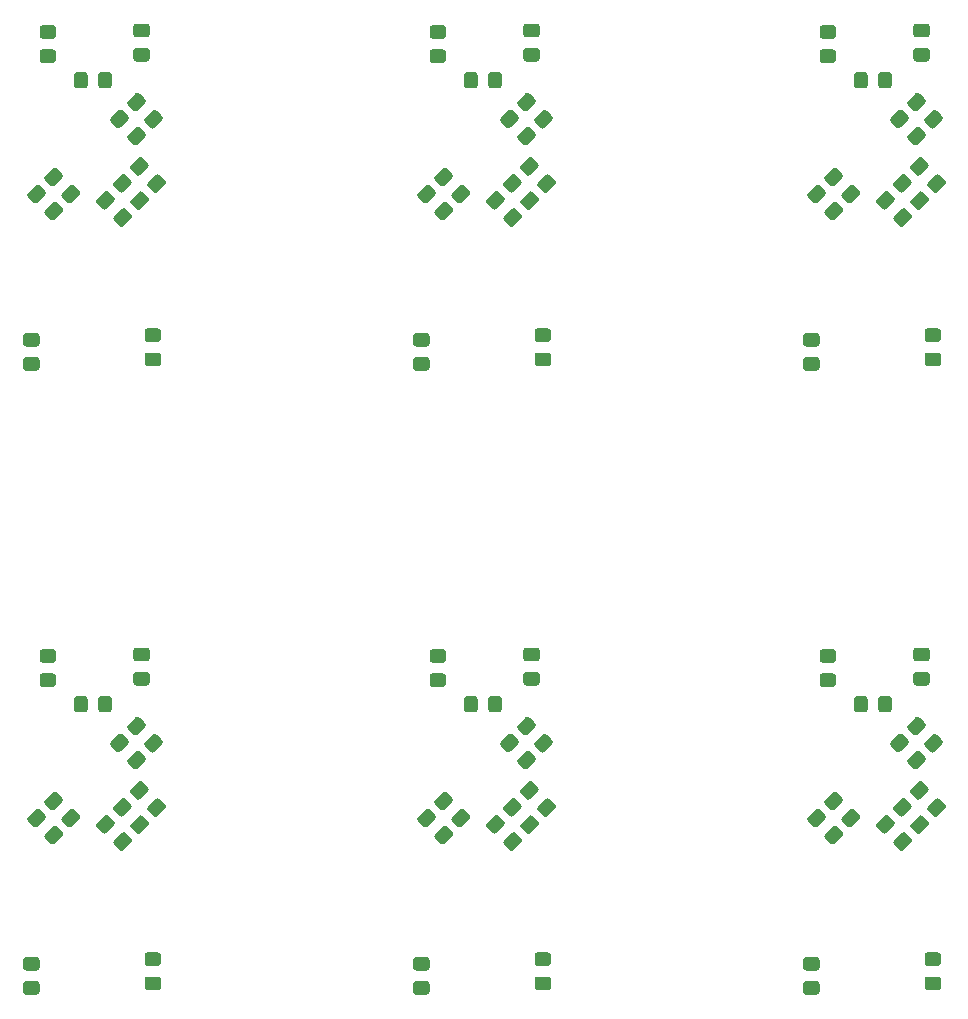
<source format=gbr>
G04 #@! TF.GenerationSoftware,KiCad,Pcbnew,(5.1.6)-1*
G04 #@! TF.CreationDate,2020-10-29T18:05:45+08:00*
G04 #@! TF.ProjectId,panelized,70616e65-6c69-47a6-9564-2e6b69636164,rev?*
G04 #@! TF.SameCoordinates,Original*
G04 #@! TF.FileFunction,Paste,Bot*
G04 #@! TF.FilePolarity,Positive*
%FSLAX46Y46*%
G04 Gerber Fmt 4.6, Leading zero omitted, Abs format (unit mm)*
G04 Created by KiCad (PCBNEW (5.1.6)-1) date 2020-10-29 18:05:45*
%MOMM*%
%LPD*%
G01*
G04 APERTURE LIST*
G04 APERTURE END LIST*
G36*
G01*
X156660001Y-126432000D02*
X155759999Y-126432000D01*
G75*
G02*
X155510000Y-126182001I0J249999D01*
G01*
X155510000Y-125531999D01*
G75*
G02*
X155759999Y-125282000I249999J0D01*
G01*
X156660001Y-125282000D01*
G75*
G02*
X156910000Y-125531999I0J-249999D01*
G01*
X156910000Y-126182001D01*
G75*
G02*
X156660001Y-126432000I-249999J0D01*
G01*
G37*
G36*
G01*
X156660001Y-124382000D02*
X155759999Y-124382000D01*
G75*
G02*
X155510000Y-124132001I0J249999D01*
G01*
X155510000Y-123481999D01*
G75*
G02*
X155759999Y-123232000I249999J0D01*
G01*
X156660001Y-123232000D01*
G75*
G02*
X156910000Y-123481999I0J-249999D01*
G01*
X156910000Y-124132001D01*
G75*
G02*
X156660001Y-124382000I-249999J0D01*
G01*
G37*
G36*
G01*
X123640001Y-126432000D02*
X122739999Y-126432000D01*
G75*
G02*
X122490000Y-126182001I0J249999D01*
G01*
X122490000Y-125531999D01*
G75*
G02*
X122739999Y-125282000I249999J0D01*
G01*
X123640001Y-125282000D01*
G75*
G02*
X123890000Y-125531999I0J-249999D01*
G01*
X123890000Y-126182001D01*
G75*
G02*
X123640001Y-126432000I-249999J0D01*
G01*
G37*
G36*
G01*
X123640001Y-124382000D02*
X122739999Y-124382000D01*
G75*
G02*
X122490000Y-124132001I0J249999D01*
G01*
X122490000Y-123481999D01*
G75*
G02*
X122739999Y-123232000I249999J0D01*
G01*
X123640001Y-123232000D01*
G75*
G02*
X123890000Y-123481999I0J-249999D01*
G01*
X123890000Y-124132001D01*
G75*
G02*
X123640001Y-124382000I-249999J0D01*
G01*
G37*
G36*
G01*
X90620001Y-126432000D02*
X89719999Y-126432000D01*
G75*
G02*
X89470000Y-126182001I0J249999D01*
G01*
X89470000Y-125531999D01*
G75*
G02*
X89719999Y-125282000I249999J0D01*
G01*
X90620001Y-125282000D01*
G75*
G02*
X90870000Y-125531999I0J-249999D01*
G01*
X90870000Y-126182001D01*
G75*
G02*
X90620001Y-126432000I-249999J0D01*
G01*
G37*
G36*
G01*
X90620001Y-124382000D02*
X89719999Y-124382000D01*
G75*
G02*
X89470000Y-124132001I0J249999D01*
G01*
X89470000Y-123481999D01*
G75*
G02*
X89719999Y-123232000I249999J0D01*
G01*
X90620001Y-123232000D01*
G75*
G02*
X90870000Y-123481999I0J-249999D01*
G01*
X90870000Y-124132001D01*
G75*
G02*
X90620001Y-124382000I-249999J0D01*
G01*
G37*
G36*
G01*
X156660001Y-73600000D02*
X155759999Y-73600000D01*
G75*
G02*
X155510000Y-73350001I0J249999D01*
G01*
X155510000Y-72699999D01*
G75*
G02*
X155759999Y-72450000I249999J0D01*
G01*
X156660001Y-72450000D01*
G75*
G02*
X156910000Y-72699999I0J-249999D01*
G01*
X156910000Y-73350001D01*
G75*
G02*
X156660001Y-73600000I-249999J0D01*
G01*
G37*
G36*
G01*
X156660001Y-71550000D02*
X155759999Y-71550000D01*
G75*
G02*
X155510000Y-71300001I0J249999D01*
G01*
X155510000Y-70649999D01*
G75*
G02*
X155759999Y-70400000I249999J0D01*
G01*
X156660001Y-70400000D01*
G75*
G02*
X156910000Y-70649999I0J-249999D01*
G01*
X156910000Y-71300001D01*
G75*
G02*
X156660001Y-71550000I-249999J0D01*
G01*
G37*
G36*
G01*
X123640001Y-73600000D02*
X122739999Y-73600000D01*
G75*
G02*
X122490000Y-73350001I0J249999D01*
G01*
X122490000Y-72699999D01*
G75*
G02*
X122739999Y-72450000I249999J0D01*
G01*
X123640001Y-72450000D01*
G75*
G02*
X123890000Y-72699999I0J-249999D01*
G01*
X123890000Y-73350001D01*
G75*
G02*
X123640001Y-73600000I-249999J0D01*
G01*
G37*
G36*
G01*
X123640001Y-71550000D02*
X122739999Y-71550000D01*
G75*
G02*
X122490000Y-71300001I0J249999D01*
G01*
X122490000Y-70649999D01*
G75*
G02*
X122739999Y-70400000I249999J0D01*
G01*
X123640001Y-70400000D01*
G75*
G02*
X123890000Y-70649999I0J-249999D01*
G01*
X123890000Y-71300001D01*
G75*
G02*
X123640001Y-71550000I-249999J0D01*
G01*
G37*
G36*
G01*
X155976486Y-135996398D02*
X156612883Y-135360001D01*
G75*
G02*
X156966435Y-135360001I176776J-176776D01*
G01*
X157426056Y-135819622D01*
G75*
G02*
X157426056Y-136173174I-176776J-176776D01*
G01*
X156789659Y-136809571D01*
G75*
G02*
X156436107Y-136809571I-176776J176776D01*
G01*
X155976486Y-136349950D01*
G75*
G02*
X155976486Y-135996398I176776J176776D01*
G01*
G37*
G36*
G01*
X157426054Y-137445966D02*
X158062451Y-136809569D01*
G75*
G02*
X158416003Y-136809569I176776J-176776D01*
G01*
X158875624Y-137269190D01*
G75*
G02*
X158875624Y-137622742I-176776J-176776D01*
G01*
X158239227Y-138259139D01*
G75*
G02*
X157885675Y-138259139I-176776J176776D01*
G01*
X157426054Y-137799518D01*
G75*
G02*
X157426054Y-137445966I176776J176776D01*
G01*
G37*
G36*
G01*
X122956486Y-135996398D02*
X123592883Y-135360001D01*
G75*
G02*
X123946435Y-135360001I176776J-176776D01*
G01*
X124406056Y-135819622D01*
G75*
G02*
X124406056Y-136173174I-176776J-176776D01*
G01*
X123769659Y-136809571D01*
G75*
G02*
X123416107Y-136809571I-176776J176776D01*
G01*
X122956486Y-136349950D01*
G75*
G02*
X122956486Y-135996398I176776J176776D01*
G01*
G37*
G36*
G01*
X124406054Y-137445966D02*
X125042451Y-136809569D01*
G75*
G02*
X125396003Y-136809569I176776J-176776D01*
G01*
X125855624Y-137269190D01*
G75*
G02*
X125855624Y-137622742I-176776J-176776D01*
G01*
X125219227Y-138259139D01*
G75*
G02*
X124865675Y-138259139I-176776J176776D01*
G01*
X124406054Y-137799518D01*
G75*
G02*
X124406054Y-137445966I176776J176776D01*
G01*
G37*
G36*
G01*
X89936486Y-135996398D02*
X90572883Y-135360001D01*
G75*
G02*
X90926435Y-135360001I176776J-176776D01*
G01*
X91386056Y-135819622D01*
G75*
G02*
X91386056Y-136173174I-176776J-176776D01*
G01*
X90749659Y-136809571D01*
G75*
G02*
X90396107Y-136809571I-176776J176776D01*
G01*
X89936486Y-136349950D01*
G75*
G02*
X89936486Y-135996398I176776J176776D01*
G01*
G37*
G36*
G01*
X91386054Y-137445966D02*
X92022451Y-136809569D01*
G75*
G02*
X92376003Y-136809569I176776J-176776D01*
G01*
X92835624Y-137269190D01*
G75*
G02*
X92835624Y-137622742I-176776J-176776D01*
G01*
X92199227Y-138259139D01*
G75*
G02*
X91845675Y-138259139I-176776J176776D01*
G01*
X91386054Y-137799518D01*
G75*
G02*
X91386054Y-137445966I176776J176776D01*
G01*
G37*
G36*
G01*
X155976486Y-83164398D02*
X156612883Y-82528001D01*
G75*
G02*
X156966435Y-82528001I176776J-176776D01*
G01*
X157426056Y-82987622D01*
G75*
G02*
X157426056Y-83341174I-176776J-176776D01*
G01*
X156789659Y-83977571D01*
G75*
G02*
X156436107Y-83977571I-176776J176776D01*
G01*
X155976486Y-83517950D01*
G75*
G02*
X155976486Y-83164398I176776J176776D01*
G01*
G37*
G36*
G01*
X157426054Y-84613966D02*
X158062451Y-83977569D01*
G75*
G02*
X158416003Y-83977569I176776J-176776D01*
G01*
X158875624Y-84437190D01*
G75*
G02*
X158875624Y-84790742I-176776J-176776D01*
G01*
X158239227Y-85427139D01*
G75*
G02*
X157885675Y-85427139I-176776J176776D01*
G01*
X157426054Y-84967518D01*
G75*
G02*
X157426054Y-84613966I176776J176776D01*
G01*
G37*
G36*
G01*
X122956486Y-83164398D02*
X123592883Y-82528001D01*
G75*
G02*
X123946435Y-82528001I176776J-176776D01*
G01*
X124406056Y-82987622D01*
G75*
G02*
X124406056Y-83341174I-176776J-176776D01*
G01*
X123769659Y-83977571D01*
G75*
G02*
X123416107Y-83977571I-176776J176776D01*
G01*
X122956486Y-83517950D01*
G75*
G02*
X122956486Y-83164398I176776J176776D01*
G01*
G37*
G36*
G01*
X124406054Y-84613966D02*
X125042451Y-83977569D01*
G75*
G02*
X125396003Y-83977569I176776J-176776D01*
G01*
X125855624Y-84437190D01*
G75*
G02*
X125855624Y-84790742I-176776J-176776D01*
G01*
X125219227Y-85427139D01*
G75*
G02*
X124865675Y-85427139I-176776J176776D01*
G01*
X124406054Y-84967518D01*
G75*
G02*
X124406054Y-84613966I176776J176776D01*
G01*
G37*
G36*
G01*
X154362999Y-149285000D02*
X155263001Y-149285000D01*
G75*
G02*
X155513000Y-149534999I0J-249999D01*
G01*
X155513000Y-150185001D01*
G75*
G02*
X155263001Y-150435000I-249999J0D01*
G01*
X154362999Y-150435000D01*
G75*
G02*
X154113000Y-150185001I0J249999D01*
G01*
X154113000Y-149534999D01*
G75*
G02*
X154362999Y-149285000I249999J0D01*
G01*
G37*
G36*
G01*
X154362999Y-151335000D02*
X155263001Y-151335000D01*
G75*
G02*
X155513000Y-151584999I0J-249999D01*
G01*
X155513000Y-152235001D01*
G75*
G02*
X155263001Y-152485000I-249999J0D01*
G01*
X154362999Y-152485000D01*
G75*
G02*
X154113000Y-152235001I0J249999D01*
G01*
X154113000Y-151584999D01*
G75*
G02*
X154362999Y-151335000I249999J0D01*
G01*
G37*
G36*
G01*
X121342999Y-149285000D02*
X122243001Y-149285000D01*
G75*
G02*
X122493000Y-149534999I0J-249999D01*
G01*
X122493000Y-150185001D01*
G75*
G02*
X122243001Y-150435000I-249999J0D01*
G01*
X121342999Y-150435000D01*
G75*
G02*
X121093000Y-150185001I0J249999D01*
G01*
X121093000Y-149534999D01*
G75*
G02*
X121342999Y-149285000I249999J0D01*
G01*
G37*
G36*
G01*
X121342999Y-151335000D02*
X122243001Y-151335000D01*
G75*
G02*
X122493000Y-151584999I0J-249999D01*
G01*
X122493000Y-152235001D01*
G75*
G02*
X122243001Y-152485000I-249999J0D01*
G01*
X121342999Y-152485000D01*
G75*
G02*
X121093000Y-152235001I0J249999D01*
G01*
X121093000Y-151584999D01*
G75*
G02*
X121342999Y-151335000I249999J0D01*
G01*
G37*
G36*
G01*
X88322999Y-149285000D02*
X89223001Y-149285000D01*
G75*
G02*
X89473000Y-149534999I0J-249999D01*
G01*
X89473000Y-150185001D01*
G75*
G02*
X89223001Y-150435000I-249999J0D01*
G01*
X88322999Y-150435000D01*
G75*
G02*
X88073000Y-150185001I0J249999D01*
G01*
X88073000Y-149534999D01*
G75*
G02*
X88322999Y-149285000I249999J0D01*
G01*
G37*
G36*
G01*
X88322999Y-151335000D02*
X89223001Y-151335000D01*
G75*
G02*
X89473000Y-151584999I0J-249999D01*
G01*
X89473000Y-152235001D01*
G75*
G02*
X89223001Y-152485000I-249999J0D01*
G01*
X88322999Y-152485000D01*
G75*
G02*
X88073000Y-152235001I0J249999D01*
G01*
X88073000Y-151584999D01*
G75*
G02*
X88322999Y-151335000I249999J0D01*
G01*
G37*
G36*
G01*
X154362999Y-96453000D02*
X155263001Y-96453000D01*
G75*
G02*
X155513000Y-96702999I0J-249999D01*
G01*
X155513000Y-97353001D01*
G75*
G02*
X155263001Y-97603000I-249999J0D01*
G01*
X154362999Y-97603000D01*
G75*
G02*
X154113000Y-97353001I0J249999D01*
G01*
X154113000Y-96702999D01*
G75*
G02*
X154362999Y-96453000I249999J0D01*
G01*
G37*
G36*
G01*
X154362999Y-98503000D02*
X155263001Y-98503000D01*
G75*
G02*
X155513000Y-98752999I0J-249999D01*
G01*
X155513000Y-99403001D01*
G75*
G02*
X155263001Y-99653000I-249999J0D01*
G01*
X154362999Y-99653000D01*
G75*
G02*
X154113000Y-99403001I0J249999D01*
G01*
X154113000Y-98752999D01*
G75*
G02*
X154362999Y-98503000I249999J0D01*
G01*
G37*
G36*
G01*
X121342999Y-96453000D02*
X122243001Y-96453000D01*
G75*
G02*
X122493000Y-96702999I0J-249999D01*
G01*
X122493000Y-97353001D01*
G75*
G02*
X122243001Y-97603000I-249999J0D01*
G01*
X121342999Y-97603000D01*
G75*
G02*
X121093000Y-97353001I0J249999D01*
G01*
X121093000Y-96702999D01*
G75*
G02*
X121342999Y-96453000I249999J0D01*
G01*
G37*
G36*
G01*
X121342999Y-98503000D02*
X122243001Y-98503000D01*
G75*
G02*
X122493000Y-98752999I0J-249999D01*
G01*
X122493000Y-99403001D01*
G75*
G02*
X122243001Y-99653000I-249999J0D01*
G01*
X121342999Y-99653000D01*
G75*
G02*
X121093000Y-99403001I0J249999D01*
G01*
X121093000Y-98752999D01*
G75*
G02*
X121342999Y-98503000I249999J0D01*
G01*
G37*
G36*
G01*
X160364952Y-137976831D02*
X161001349Y-137340434D01*
G75*
G02*
X161354901Y-137340434I176776J-176776D01*
G01*
X161814522Y-137800055D01*
G75*
G02*
X161814522Y-138153607I-176776J-176776D01*
G01*
X161178125Y-138790004D01*
G75*
G02*
X160824573Y-138790004I-176776J176776D01*
G01*
X160364952Y-138330383D01*
G75*
G02*
X160364952Y-137976831I176776J176776D01*
G01*
G37*
G36*
G01*
X161814520Y-139426399D02*
X162450917Y-138790002D01*
G75*
G02*
X162804469Y-138790002I176776J-176776D01*
G01*
X163264090Y-139249623D01*
G75*
G02*
X163264090Y-139603175I-176776J-176776D01*
G01*
X162627693Y-140239572D01*
G75*
G02*
X162274141Y-140239572I-176776J176776D01*
G01*
X161814520Y-139779951D01*
G75*
G02*
X161814520Y-139426399I176776J176776D01*
G01*
G37*
G36*
G01*
X127344952Y-137976831D02*
X127981349Y-137340434D01*
G75*
G02*
X128334901Y-137340434I176776J-176776D01*
G01*
X128794522Y-137800055D01*
G75*
G02*
X128794522Y-138153607I-176776J-176776D01*
G01*
X128158125Y-138790004D01*
G75*
G02*
X127804573Y-138790004I-176776J176776D01*
G01*
X127344952Y-138330383D01*
G75*
G02*
X127344952Y-137976831I176776J176776D01*
G01*
G37*
G36*
G01*
X128794520Y-139426399D02*
X129430917Y-138790002D01*
G75*
G02*
X129784469Y-138790002I176776J-176776D01*
G01*
X130244090Y-139249623D01*
G75*
G02*
X130244090Y-139603175I-176776J-176776D01*
G01*
X129607693Y-140239572D01*
G75*
G02*
X129254141Y-140239572I-176776J176776D01*
G01*
X128794520Y-139779951D01*
G75*
G02*
X128794520Y-139426399I176776J176776D01*
G01*
G37*
G36*
G01*
X94324952Y-137976831D02*
X94961349Y-137340434D01*
G75*
G02*
X95314901Y-137340434I176776J-176776D01*
G01*
X95774522Y-137800055D01*
G75*
G02*
X95774522Y-138153607I-176776J-176776D01*
G01*
X95138125Y-138790004D01*
G75*
G02*
X94784573Y-138790004I-176776J176776D01*
G01*
X94324952Y-138330383D01*
G75*
G02*
X94324952Y-137976831I176776J176776D01*
G01*
G37*
G36*
G01*
X95774520Y-139426399D02*
X96410917Y-138790002D01*
G75*
G02*
X96764469Y-138790002I176776J-176776D01*
G01*
X97224090Y-139249623D01*
G75*
G02*
X97224090Y-139603175I-176776J-176776D01*
G01*
X96587693Y-140239572D01*
G75*
G02*
X96234141Y-140239572I-176776J176776D01*
G01*
X95774520Y-139779951D01*
G75*
G02*
X95774520Y-139426399I176776J176776D01*
G01*
G37*
G36*
G01*
X160364952Y-85144831D02*
X161001349Y-84508434D01*
G75*
G02*
X161354901Y-84508434I176776J-176776D01*
G01*
X161814522Y-84968055D01*
G75*
G02*
X161814522Y-85321607I-176776J-176776D01*
G01*
X161178125Y-85958004D01*
G75*
G02*
X160824573Y-85958004I-176776J176776D01*
G01*
X160364952Y-85498383D01*
G75*
G02*
X160364952Y-85144831I176776J176776D01*
G01*
G37*
G36*
G01*
X161814520Y-86594399D02*
X162450917Y-85958002D01*
G75*
G02*
X162804469Y-85958002I176776J-176776D01*
G01*
X163264090Y-86417623D01*
G75*
G02*
X163264090Y-86771175I-176776J-176776D01*
G01*
X162627693Y-87407572D01*
G75*
G02*
X162274141Y-87407572I-176776J176776D01*
G01*
X161814520Y-86947951D01*
G75*
G02*
X161814520Y-86594399I176776J176776D01*
G01*
G37*
G36*
G01*
X127344952Y-85144831D02*
X127981349Y-84508434D01*
G75*
G02*
X128334901Y-84508434I176776J-176776D01*
G01*
X128794522Y-84968055D01*
G75*
G02*
X128794522Y-85321607I-176776J-176776D01*
G01*
X128158125Y-85958004D01*
G75*
G02*
X127804573Y-85958004I-176776J176776D01*
G01*
X127344952Y-85498383D01*
G75*
G02*
X127344952Y-85144831I176776J176776D01*
G01*
G37*
G36*
G01*
X128794520Y-86594399D02*
X129430917Y-85958002D01*
G75*
G02*
X129784469Y-85958002I176776J-176776D01*
G01*
X130244090Y-86417623D01*
G75*
G02*
X130244090Y-86771175I-176776J-176776D01*
G01*
X129607693Y-87407572D01*
G75*
G02*
X129254141Y-87407572I-176776J176776D01*
G01*
X128794520Y-86947951D01*
G75*
G02*
X128794520Y-86594399I176776J176776D01*
G01*
G37*
G36*
G01*
X162989147Y-129653044D02*
X163625544Y-129016647D01*
G75*
G02*
X163979096Y-129016647I176776J-176776D01*
G01*
X164438717Y-129476268D01*
G75*
G02*
X164438717Y-129829820I-176776J-176776D01*
G01*
X163802320Y-130466217D01*
G75*
G02*
X163448768Y-130466217I-176776J176776D01*
G01*
X162989147Y-130006596D01*
G75*
G02*
X162989147Y-129653044I176776J176776D01*
G01*
G37*
G36*
G01*
X164438715Y-131102612D02*
X165075112Y-130466215D01*
G75*
G02*
X165428664Y-130466215I176776J-176776D01*
G01*
X165888285Y-130925836D01*
G75*
G02*
X165888285Y-131279388I-176776J-176776D01*
G01*
X165251888Y-131915785D01*
G75*
G02*
X164898336Y-131915785I-176776J176776D01*
G01*
X164438715Y-131456164D01*
G75*
G02*
X164438715Y-131102612I176776J176776D01*
G01*
G37*
G36*
G01*
X129969147Y-129653044D02*
X130605544Y-129016647D01*
G75*
G02*
X130959096Y-129016647I176776J-176776D01*
G01*
X131418717Y-129476268D01*
G75*
G02*
X131418717Y-129829820I-176776J-176776D01*
G01*
X130782320Y-130466217D01*
G75*
G02*
X130428768Y-130466217I-176776J176776D01*
G01*
X129969147Y-130006596D01*
G75*
G02*
X129969147Y-129653044I176776J176776D01*
G01*
G37*
G36*
G01*
X131418715Y-131102612D02*
X132055112Y-130466215D01*
G75*
G02*
X132408664Y-130466215I176776J-176776D01*
G01*
X132868285Y-130925836D01*
G75*
G02*
X132868285Y-131279388I-176776J-176776D01*
G01*
X132231888Y-131915785D01*
G75*
G02*
X131878336Y-131915785I-176776J176776D01*
G01*
X131418715Y-131456164D01*
G75*
G02*
X131418715Y-131102612I176776J176776D01*
G01*
G37*
G36*
G01*
X96949147Y-129653044D02*
X97585544Y-129016647D01*
G75*
G02*
X97939096Y-129016647I176776J-176776D01*
G01*
X98398717Y-129476268D01*
G75*
G02*
X98398717Y-129829820I-176776J-176776D01*
G01*
X97762320Y-130466217D01*
G75*
G02*
X97408768Y-130466217I-176776J176776D01*
G01*
X96949147Y-130006596D01*
G75*
G02*
X96949147Y-129653044I176776J176776D01*
G01*
G37*
G36*
G01*
X98398715Y-131102612D02*
X99035112Y-130466215D01*
G75*
G02*
X99388664Y-130466215I176776J-176776D01*
G01*
X99848285Y-130925836D01*
G75*
G02*
X99848285Y-131279388I-176776J-176776D01*
G01*
X99211888Y-131915785D01*
G75*
G02*
X98858336Y-131915785I-176776J176776D01*
G01*
X98398715Y-131456164D01*
G75*
G02*
X98398715Y-131102612I176776J176776D01*
G01*
G37*
G36*
G01*
X162989147Y-76821044D02*
X163625544Y-76184647D01*
G75*
G02*
X163979096Y-76184647I176776J-176776D01*
G01*
X164438717Y-76644268D01*
G75*
G02*
X164438717Y-76997820I-176776J-176776D01*
G01*
X163802320Y-77634217D01*
G75*
G02*
X163448768Y-77634217I-176776J176776D01*
G01*
X162989147Y-77174596D01*
G75*
G02*
X162989147Y-76821044I176776J176776D01*
G01*
G37*
G36*
G01*
X164438715Y-78270612D02*
X165075112Y-77634215D01*
G75*
G02*
X165428664Y-77634215I176776J-176776D01*
G01*
X165888285Y-78093836D01*
G75*
G02*
X165888285Y-78447388I-176776J-176776D01*
G01*
X165251888Y-79083785D01*
G75*
G02*
X164898336Y-79083785I-176776J176776D01*
G01*
X164438715Y-78624164D01*
G75*
G02*
X164438715Y-78270612I176776J176776D01*
G01*
G37*
G36*
G01*
X129969147Y-76821044D02*
X130605544Y-76184647D01*
G75*
G02*
X130959096Y-76184647I176776J-176776D01*
G01*
X131418717Y-76644268D01*
G75*
G02*
X131418717Y-76997820I-176776J-176776D01*
G01*
X130782320Y-77634217D01*
G75*
G02*
X130428768Y-77634217I-176776J176776D01*
G01*
X129969147Y-77174596D01*
G75*
G02*
X129969147Y-76821044I176776J176776D01*
G01*
G37*
G36*
G01*
X131418715Y-78270612D02*
X132055112Y-77634215D01*
G75*
G02*
X132408664Y-77634215I176776J-176776D01*
G01*
X132868285Y-78093836D01*
G75*
G02*
X132868285Y-78447388I-176776J-176776D01*
G01*
X132231888Y-79083785D01*
G75*
G02*
X131878336Y-79083785I-176776J176776D01*
G01*
X131418715Y-78624164D01*
G75*
G02*
X131418715Y-78270612I176776J176776D01*
G01*
G37*
G36*
G01*
X161554931Y-131076328D02*
X162191328Y-130439931D01*
G75*
G02*
X162544880Y-130439931I176776J-176776D01*
G01*
X163004501Y-130899552D01*
G75*
G02*
X163004501Y-131253104I-176776J-176776D01*
G01*
X162368104Y-131889501D01*
G75*
G02*
X162014552Y-131889501I-176776J176776D01*
G01*
X161554931Y-131429880D01*
G75*
G02*
X161554931Y-131076328I176776J176776D01*
G01*
G37*
G36*
G01*
X163004499Y-132525896D02*
X163640896Y-131889499D01*
G75*
G02*
X163994448Y-131889499I176776J-176776D01*
G01*
X164454069Y-132349120D01*
G75*
G02*
X164454069Y-132702672I-176776J-176776D01*
G01*
X163817672Y-133339069D01*
G75*
G02*
X163464120Y-133339069I-176776J176776D01*
G01*
X163004499Y-132879448D01*
G75*
G02*
X163004499Y-132525896I176776J176776D01*
G01*
G37*
G36*
G01*
X128534931Y-131076328D02*
X129171328Y-130439931D01*
G75*
G02*
X129524880Y-130439931I176776J-176776D01*
G01*
X129984501Y-130899552D01*
G75*
G02*
X129984501Y-131253104I-176776J-176776D01*
G01*
X129348104Y-131889501D01*
G75*
G02*
X128994552Y-131889501I-176776J176776D01*
G01*
X128534931Y-131429880D01*
G75*
G02*
X128534931Y-131076328I176776J176776D01*
G01*
G37*
G36*
G01*
X129984499Y-132525896D02*
X130620896Y-131889499D01*
G75*
G02*
X130974448Y-131889499I176776J-176776D01*
G01*
X131434069Y-132349120D01*
G75*
G02*
X131434069Y-132702672I-176776J-176776D01*
G01*
X130797672Y-133339069D01*
G75*
G02*
X130444120Y-133339069I-176776J176776D01*
G01*
X129984499Y-132879448D01*
G75*
G02*
X129984499Y-132525896I176776J176776D01*
G01*
G37*
G36*
G01*
X95514931Y-131076328D02*
X96151328Y-130439931D01*
G75*
G02*
X96504880Y-130439931I176776J-176776D01*
G01*
X96964501Y-130899552D01*
G75*
G02*
X96964501Y-131253104I-176776J-176776D01*
G01*
X96328104Y-131889501D01*
G75*
G02*
X95974552Y-131889501I-176776J176776D01*
G01*
X95514931Y-131429880D01*
G75*
G02*
X95514931Y-131076328I176776J176776D01*
G01*
G37*
G36*
G01*
X96964499Y-132525896D02*
X97600896Y-131889499D01*
G75*
G02*
X97954448Y-131889499I176776J-176776D01*
G01*
X98414069Y-132349120D01*
G75*
G02*
X98414069Y-132702672I-176776J-176776D01*
G01*
X97777672Y-133339069D01*
G75*
G02*
X97424120Y-133339069I-176776J176776D01*
G01*
X96964499Y-132879448D01*
G75*
G02*
X96964499Y-132525896I176776J176776D01*
G01*
G37*
G36*
G01*
X161554931Y-78244328D02*
X162191328Y-77607931D01*
G75*
G02*
X162544880Y-77607931I176776J-176776D01*
G01*
X163004501Y-78067552D01*
G75*
G02*
X163004501Y-78421104I-176776J-176776D01*
G01*
X162368104Y-79057501D01*
G75*
G02*
X162014552Y-79057501I-176776J176776D01*
G01*
X161554931Y-78597880D01*
G75*
G02*
X161554931Y-78244328I176776J176776D01*
G01*
G37*
G36*
G01*
X163004499Y-79693896D02*
X163640896Y-79057499D01*
G75*
G02*
X163994448Y-79057499I176776J-176776D01*
G01*
X164454069Y-79517120D01*
G75*
G02*
X164454069Y-79870672I-176776J-176776D01*
G01*
X163817672Y-80507069D01*
G75*
G02*
X163464120Y-80507069I-176776J176776D01*
G01*
X163004499Y-80047448D01*
G75*
G02*
X163004499Y-79693896I176776J176776D01*
G01*
G37*
G36*
G01*
X128534931Y-78244328D02*
X129171328Y-77607931D01*
G75*
G02*
X129524880Y-77607931I176776J-176776D01*
G01*
X129984501Y-78067552D01*
G75*
G02*
X129984501Y-78421104I-176776J-176776D01*
G01*
X129348104Y-79057501D01*
G75*
G02*
X128994552Y-79057501I-176776J176776D01*
G01*
X128534931Y-78597880D01*
G75*
G02*
X128534931Y-78244328I176776J176776D01*
G01*
G37*
G36*
G01*
X129984499Y-79693896D02*
X130620896Y-79057499D01*
G75*
G02*
X130974448Y-79057499I176776J-176776D01*
G01*
X131434069Y-79517120D01*
G75*
G02*
X131434069Y-79870672I-176776J-176776D01*
G01*
X130797672Y-80507069D01*
G75*
G02*
X130444120Y-80507069I-176776J176776D01*
G01*
X129984499Y-80047448D01*
G75*
G02*
X129984499Y-79693896I176776J176776D01*
G01*
G37*
G36*
G01*
X163238634Y-135103149D02*
X163875031Y-134466752D01*
G75*
G02*
X164228583Y-134466752I176776J-176776D01*
G01*
X164688204Y-134926373D01*
G75*
G02*
X164688204Y-135279925I-176776J-176776D01*
G01*
X164051807Y-135916322D01*
G75*
G02*
X163698255Y-135916322I-176776J176776D01*
G01*
X163238634Y-135456701D01*
G75*
G02*
X163238634Y-135103149I176776J176776D01*
G01*
G37*
G36*
G01*
X164688202Y-136552717D02*
X165324599Y-135916320D01*
G75*
G02*
X165678151Y-135916320I176776J-176776D01*
G01*
X166137772Y-136375941D01*
G75*
G02*
X166137772Y-136729493I-176776J-176776D01*
G01*
X165501375Y-137365890D01*
G75*
G02*
X165147823Y-137365890I-176776J176776D01*
G01*
X164688202Y-136906269D01*
G75*
G02*
X164688202Y-136552717I176776J176776D01*
G01*
G37*
G36*
G01*
X130218634Y-135103149D02*
X130855031Y-134466752D01*
G75*
G02*
X131208583Y-134466752I176776J-176776D01*
G01*
X131668204Y-134926373D01*
G75*
G02*
X131668204Y-135279925I-176776J-176776D01*
G01*
X131031807Y-135916322D01*
G75*
G02*
X130678255Y-135916322I-176776J176776D01*
G01*
X130218634Y-135456701D01*
G75*
G02*
X130218634Y-135103149I176776J176776D01*
G01*
G37*
G36*
G01*
X131668202Y-136552717D02*
X132304599Y-135916320D01*
G75*
G02*
X132658151Y-135916320I176776J-176776D01*
G01*
X133117772Y-136375941D01*
G75*
G02*
X133117772Y-136729493I-176776J-176776D01*
G01*
X132481375Y-137365890D01*
G75*
G02*
X132127823Y-137365890I-176776J176776D01*
G01*
X131668202Y-136906269D01*
G75*
G02*
X131668202Y-136552717I176776J176776D01*
G01*
G37*
G36*
G01*
X97198634Y-135103149D02*
X97835031Y-134466752D01*
G75*
G02*
X98188583Y-134466752I176776J-176776D01*
G01*
X98648204Y-134926373D01*
G75*
G02*
X98648204Y-135279925I-176776J-176776D01*
G01*
X98011807Y-135916322D01*
G75*
G02*
X97658255Y-135916322I-176776J176776D01*
G01*
X97198634Y-135456701D01*
G75*
G02*
X97198634Y-135103149I176776J176776D01*
G01*
G37*
G36*
G01*
X98648202Y-136552717D02*
X99284599Y-135916320D01*
G75*
G02*
X99638151Y-135916320I176776J-176776D01*
G01*
X100097772Y-136375941D01*
G75*
G02*
X100097772Y-136729493I-176776J-176776D01*
G01*
X99461375Y-137365890D01*
G75*
G02*
X99107823Y-137365890I-176776J176776D01*
G01*
X98648202Y-136906269D01*
G75*
G02*
X98648202Y-136552717I176776J176776D01*
G01*
G37*
G36*
G01*
X163238634Y-82271149D02*
X163875031Y-81634752D01*
G75*
G02*
X164228583Y-81634752I176776J-176776D01*
G01*
X164688204Y-82094373D01*
G75*
G02*
X164688204Y-82447925I-176776J-176776D01*
G01*
X164051807Y-83084322D01*
G75*
G02*
X163698255Y-83084322I-176776J176776D01*
G01*
X163238634Y-82624701D01*
G75*
G02*
X163238634Y-82271149I176776J176776D01*
G01*
G37*
G36*
G01*
X164688202Y-83720717D02*
X165324599Y-83084320D01*
G75*
G02*
X165678151Y-83084320I176776J-176776D01*
G01*
X166137772Y-83543941D01*
G75*
G02*
X166137772Y-83897493I-176776J-176776D01*
G01*
X165501375Y-84533890D01*
G75*
G02*
X165147823Y-84533890I-176776J176776D01*
G01*
X164688202Y-84074269D01*
G75*
G02*
X164688202Y-83720717I176776J176776D01*
G01*
G37*
G36*
G01*
X130218634Y-82271149D02*
X130855031Y-81634752D01*
G75*
G02*
X131208583Y-81634752I176776J-176776D01*
G01*
X131668204Y-82094373D01*
G75*
G02*
X131668204Y-82447925I-176776J-176776D01*
G01*
X131031807Y-83084322D01*
G75*
G02*
X130678255Y-83084322I-176776J176776D01*
G01*
X130218634Y-82624701D01*
G75*
G02*
X130218634Y-82271149I176776J176776D01*
G01*
G37*
G36*
G01*
X131668202Y-83720717D02*
X132304599Y-83084320D01*
G75*
G02*
X132658151Y-83084320I176776J-176776D01*
G01*
X133117772Y-83543941D01*
G75*
G02*
X133117772Y-83897493I-176776J-176776D01*
G01*
X132481375Y-84533890D01*
G75*
G02*
X132127823Y-84533890I-176776J176776D01*
G01*
X131668202Y-84074269D01*
G75*
G02*
X131668202Y-83720717I176776J176776D01*
G01*
G37*
G36*
G01*
X165550001Y-152104000D02*
X164649999Y-152104000D01*
G75*
G02*
X164400000Y-151854001I0J249999D01*
G01*
X164400000Y-151203999D01*
G75*
G02*
X164649999Y-150954000I249999J0D01*
G01*
X165550001Y-150954000D01*
G75*
G02*
X165800000Y-151203999I0J-249999D01*
G01*
X165800000Y-151854001D01*
G75*
G02*
X165550001Y-152104000I-249999J0D01*
G01*
G37*
G36*
G01*
X165550001Y-150054000D02*
X164649999Y-150054000D01*
G75*
G02*
X164400000Y-149804001I0J249999D01*
G01*
X164400000Y-149153999D01*
G75*
G02*
X164649999Y-148904000I249999J0D01*
G01*
X165550001Y-148904000D01*
G75*
G02*
X165800000Y-149153999I0J-249999D01*
G01*
X165800000Y-149804001D01*
G75*
G02*
X165550001Y-150054000I-249999J0D01*
G01*
G37*
G36*
G01*
X132530001Y-152104000D02*
X131629999Y-152104000D01*
G75*
G02*
X131380000Y-151854001I0J249999D01*
G01*
X131380000Y-151203999D01*
G75*
G02*
X131629999Y-150954000I249999J0D01*
G01*
X132530001Y-150954000D01*
G75*
G02*
X132780000Y-151203999I0J-249999D01*
G01*
X132780000Y-151854001D01*
G75*
G02*
X132530001Y-152104000I-249999J0D01*
G01*
G37*
G36*
G01*
X132530001Y-150054000D02*
X131629999Y-150054000D01*
G75*
G02*
X131380000Y-149804001I0J249999D01*
G01*
X131380000Y-149153999D01*
G75*
G02*
X131629999Y-148904000I249999J0D01*
G01*
X132530001Y-148904000D01*
G75*
G02*
X132780000Y-149153999I0J-249999D01*
G01*
X132780000Y-149804001D01*
G75*
G02*
X132530001Y-150054000I-249999J0D01*
G01*
G37*
G36*
G01*
X99510001Y-152104000D02*
X98609999Y-152104000D01*
G75*
G02*
X98360000Y-151854001I0J249999D01*
G01*
X98360000Y-151203999D01*
G75*
G02*
X98609999Y-150954000I249999J0D01*
G01*
X99510001Y-150954000D01*
G75*
G02*
X99760000Y-151203999I0J-249999D01*
G01*
X99760000Y-151854001D01*
G75*
G02*
X99510001Y-152104000I-249999J0D01*
G01*
G37*
G36*
G01*
X99510001Y-150054000D02*
X98609999Y-150054000D01*
G75*
G02*
X98360000Y-149804001I0J249999D01*
G01*
X98360000Y-149153999D01*
G75*
G02*
X98609999Y-148904000I249999J0D01*
G01*
X99510001Y-148904000D01*
G75*
G02*
X99760000Y-149153999I0J-249999D01*
G01*
X99760000Y-149804001D01*
G75*
G02*
X99510001Y-150054000I-249999J0D01*
G01*
G37*
G36*
G01*
X165550001Y-99272000D02*
X164649999Y-99272000D01*
G75*
G02*
X164400000Y-99022001I0J249999D01*
G01*
X164400000Y-98371999D01*
G75*
G02*
X164649999Y-98122000I249999J0D01*
G01*
X165550001Y-98122000D01*
G75*
G02*
X165800000Y-98371999I0J-249999D01*
G01*
X165800000Y-99022001D01*
G75*
G02*
X165550001Y-99272000I-249999J0D01*
G01*
G37*
G36*
G01*
X165550001Y-97222000D02*
X164649999Y-97222000D01*
G75*
G02*
X164400000Y-96972001I0J249999D01*
G01*
X164400000Y-96321999D01*
G75*
G02*
X164649999Y-96072000I249999J0D01*
G01*
X165550001Y-96072000D01*
G75*
G02*
X165800000Y-96321999I0J-249999D01*
G01*
X165800000Y-96972001D01*
G75*
G02*
X165550001Y-97222000I-249999J0D01*
G01*
G37*
G36*
G01*
X132530001Y-99272000D02*
X131629999Y-99272000D01*
G75*
G02*
X131380000Y-99022001I0J249999D01*
G01*
X131380000Y-98371999D01*
G75*
G02*
X131629999Y-98122000I249999J0D01*
G01*
X132530001Y-98122000D01*
G75*
G02*
X132780000Y-98371999I0J-249999D01*
G01*
X132780000Y-99022001D01*
G75*
G02*
X132530001Y-99272000I-249999J0D01*
G01*
G37*
G36*
G01*
X132530001Y-97222000D02*
X131629999Y-97222000D01*
G75*
G02*
X131380000Y-96972001I0J249999D01*
G01*
X131380000Y-96321999D01*
G75*
G02*
X131629999Y-96072000I249999J0D01*
G01*
X132530001Y-96072000D01*
G75*
G02*
X132780000Y-96321999I0J-249999D01*
G01*
X132780000Y-96972001D01*
G75*
G02*
X132530001Y-97222000I-249999J0D01*
G01*
G37*
G36*
G01*
X161801793Y-136539990D02*
X162438190Y-135903593D01*
G75*
G02*
X162791742Y-135903593I176776J-176776D01*
G01*
X163251363Y-136363214D01*
G75*
G02*
X163251363Y-136716766I-176776J-176776D01*
G01*
X162614966Y-137353163D01*
G75*
G02*
X162261414Y-137353163I-176776J176776D01*
G01*
X161801793Y-136893542D01*
G75*
G02*
X161801793Y-136539990I176776J176776D01*
G01*
G37*
G36*
G01*
X163251361Y-137989558D02*
X163887758Y-137353161D01*
G75*
G02*
X164241310Y-137353161I176776J-176776D01*
G01*
X164700931Y-137812782D01*
G75*
G02*
X164700931Y-138166334I-176776J-176776D01*
G01*
X164064534Y-138802731D01*
G75*
G02*
X163710982Y-138802731I-176776J176776D01*
G01*
X163251361Y-138343110D01*
G75*
G02*
X163251361Y-137989558I176776J176776D01*
G01*
G37*
G36*
G01*
X128781793Y-136539990D02*
X129418190Y-135903593D01*
G75*
G02*
X129771742Y-135903593I176776J-176776D01*
G01*
X130231363Y-136363214D01*
G75*
G02*
X130231363Y-136716766I-176776J-176776D01*
G01*
X129594966Y-137353163D01*
G75*
G02*
X129241414Y-137353163I-176776J176776D01*
G01*
X128781793Y-136893542D01*
G75*
G02*
X128781793Y-136539990I176776J176776D01*
G01*
G37*
G36*
G01*
X130231361Y-137989558D02*
X130867758Y-137353161D01*
G75*
G02*
X131221310Y-137353161I176776J-176776D01*
G01*
X131680931Y-137812782D01*
G75*
G02*
X131680931Y-138166334I-176776J-176776D01*
G01*
X131044534Y-138802731D01*
G75*
G02*
X130690982Y-138802731I-176776J176776D01*
G01*
X130231361Y-138343110D01*
G75*
G02*
X130231361Y-137989558I176776J176776D01*
G01*
G37*
G36*
G01*
X95761793Y-136539990D02*
X96398190Y-135903593D01*
G75*
G02*
X96751742Y-135903593I176776J-176776D01*
G01*
X97211363Y-136363214D01*
G75*
G02*
X97211363Y-136716766I-176776J-176776D01*
G01*
X96574966Y-137353163D01*
G75*
G02*
X96221414Y-137353163I-176776J176776D01*
G01*
X95761793Y-136893542D01*
G75*
G02*
X95761793Y-136539990I176776J176776D01*
G01*
G37*
G36*
G01*
X97211361Y-137989558D02*
X97847758Y-137353161D01*
G75*
G02*
X98201310Y-137353161I176776J-176776D01*
G01*
X98660931Y-137812782D01*
G75*
G02*
X98660931Y-138166334I-176776J-176776D01*
G01*
X98024534Y-138802731D01*
G75*
G02*
X97670982Y-138802731I-176776J176776D01*
G01*
X97211361Y-138343110D01*
G75*
G02*
X97211361Y-137989558I176776J176776D01*
G01*
G37*
G36*
G01*
X161801793Y-83707990D02*
X162438190Y-83071593D01*
G75*
G02*
X162791742Y-83071593I176776J-176776D01*
G01*
X163251363Y-83531214D01*
G75*
G02*
X163251363Y-83884766I-176776J-176776D01*
G01*
X162614966Y-84521163D01*
G75*
G02*
X162261414Y-84521163I-176776J176776D01*
G01*
X161801793Y-84061542D01*
G75*
G02*
X161801793Y-83707990I176776J176776D01*
G01*
G37*
G36*
G01*
X163251361Y-85157558D02*
X163887758Y-84521161D01*
G75*
G02*
X164241310Y-84521161I176776J-176776D01*
G01*
X164700931Y-84980782D01*
G75*
G02*
X164700931Y-85334334I-176776J-176776D01*
G01*
X164064534Y-85970731D01*
G75*
G02*
X163710982Y-85970731I-176776J176776D01*
G01*
X163251361Y-85511110D01*
G75*
G02*
X163251361Y-85157558I176776J176776D01*
G01*
G37*
G36*
G01*
X128781793Y-83707990D02*
X129418190Y-83071593D01*
G75*
G02*
X129771742Y-83071593I176776J-176776D01*
G01*
X130231363Y-83531214D01*
G75*
G02*
X130231363Y-83884766I-176776J-176776D01*
G01*
X129594966Y-84521163D01*
G75*
G02*
X129241414Y-84521163I-176776J176776D01*
G01*
X128781793Y-84061542D01*
G75*
G02*
X128781793Y-83707990I176776J176776D01*
G01*
G37*
G36*
G01*
X130231361Y-85157558D02*
X130867758Y-84521161D01*
G75*
G02*
X131221310Y-84521161I176776J-176776D01*
G01*
X131680931Y-84980782D01*
G75*
G02*
X131680931Y-85334334I-176776J-176776D01*
G01*
X131044534Y-85970731D01*
G75*
G02*
X130690982Y-85970731I-176776J176776D01*
G01*
X130231361Y-85511110D01*
G75*
G02*
X130231361Y-85157558I176776J176776D01*
G01*
G37*
G36*
G01*
X161629000Y-127438999D02*
X161629000Y-128339001D01*
G75*
G02*
X161379001Y-128589000I-249999J0D01*
G01*
X160728999Y-128589000D01*
G75*
G02*
X160479000Y-128339001I0J249999D01*
G01*
X160479000Y-127438999D01*
G75*
G02*
X160728999Y-127189000I249999J0D01*
G01*
X161379001Y-127189000D01*
G75*
G02*
X161629000Y-127438999I0J-249999D01*
G01*
G37*
G36*
G01*
X159579000Y-127438999D02*
X159579000Y-128339001D01*
G75*
G02*
X159329001Y-128589000I-249999J0D01*
G01*
X158678999Y-128589000D01*
G75*
G02*
X158429000Y-128339001I0J249999D01*
G01*
X158429000Y-127438999D01*
G75*
G02*
X158678999Y-127189000I249999J0D01*
G01*
X159329001Y-127189000D01*
G75*
G02*
X159579000Y-127438999I0J-249999D01*
G01*
G37*
G36*
G01*
X128609000Y-127438999D02*
X128609000Y-128339001D01*
G75*
G02*
X128359001Y-128589000I-249999J0D01*
G01*
X127708999Y-128589000D01*
G75*
G02*
X127459000Y-128339001I0J249999D01*
G01*
X127459000Y-127438999D01*
G75*
G02*
X127708999Y-127189000I249999J0D01*
G01*
X128359001Y-127189000D01*
G75*
G02*
X128609000Y-127438999I0J-249999D01*
G01*
G37*
G36*
G01*
X126559000Y-127438999D02*
X126559000Y-128339001D01*
G75*
G02*
X126309001Y-128589000I-249999J0D01*
G01*
X125658999Y-128589000D01*
G75*
G02*
X125409000Y-128339001I0J249999D01*
G01*
X125409000Y-127438999D01*
G75*
G02*
X125658999Y-127189000I249999J0D01*
G01*
X126309001Y-127189000D01*
G75*
G02*
X126559000Y-127438999I0J-249999D01*
G01*
G37*
G36*
G01*
X95589000Y-127438999D02*
X95589000Y-128339001D01*
G75*
G02*
X95339001Y-128589000I-249999J0D01*
G01*
X94688999Y-128589000D01*
G75*
G02*
X94439000Y-128339001I0J249999D01*
G01*
X94439000Y-127438999D01*
G75*
G02*
X94688999Y-127189000I249999J0D01*
G01*
X95339001Y-127189000D01*
G75*
G02*
X95589000Y-127438999I0J-249999D01*
G01*
G37*
G36*
G01*
X93539000Y-127438999D02*
X93539000Y-128339001D01*
G75*
G02*
X93289001Y-128589000I-249999J0D01*
G01*
X92638999Y-128589000D01*
G75*
G02*
X92389000Y-128339001I0J249999D01*
G01*
X92389000Y-127438999D01*
G75*
G02*
X92638999Y-127189000I249999J0D01*
G01*
X93289001Y-127189000D01*
G75*
G02*
X93539000Y-127438999I0J-249999D01*
G01*
G37*
G36*
G01*
X161629000Y-74606999D02*
X161629000Y-75507001D01*
G75*
G02*
X161379001Y-75757000I-249999J0D01*
G01*
X160728999Y-75757000D01*
G75*
G02*
X160479000Y-75507001I0J249999D01*
G01*
X160479000Y-74606999D01*
G75*
G02*
X160728999Y-74357000I249999J0D01*
G01*
X161379001Y-74357000D01*
G75*
G02*
X161629000Y-74606999I0J-249999D01*
G01*
G37*
G36*
G01*
X159579000Y-74606999D02*
X159579000Y-75507001D01*
G75*
G02*
X159329001Y-75757000I-249999J0D01*
G01*
X158678999Y-75757000D01*
G75*
G02*
X158429000Y-75507001I0J249999D01*
G01*
X158429000Y-74606999D01*
G75*
G02*
X158678999Y-74357000I249999J0D01*
G01*
X159329001Y-74357000D01*
G75*
G02*
X159579000Y-74606999I0J-249999D01*
G01*
G37*
G36*
G01*
X128609000Y-74606999D02*
X128609000Y-75507001D01*
G75*
G02*
X128359001Y-75757000I-249999J0D01*
G01*
X127708999Y-75757000D01*
G75*
G02*
X127459000Y-75507001I0J249999D01*
G01*
X127459000Y-74606999D01*
G75*
G02*
X127708999Y-74357000I249999J0D01*
G01*
X128359001Y-74357000D01*
G75*
G02*
X128609000Y-74606999I0J-249999D01*
G01*
G37*
G36*
G01*
X126559000Y-74606999D02*
X126559000Y-75507001D01*
G75*
G02*
X126309001Y-75757000I-249999J0D01*
G01*
X125658999Y-75757000D01*
G75*
G02*
X125409000Y-75507001I0J249999D01*
G01*
X125409000Y-74606999D01*
G75*
G02*
X125658999Y-74357000I249999J0D01*
G01*
X126309001Y-74357000D01*
G75*
G02*
X126559000Y-74606999I0J-249999D01*
G01*
G37*
G36*
G01*
X154539645Y-137433239D02*
X155176042Y-136796842D01*
G75*
G02*
X155529594Y-136796842I176776J-176776D01*
G01*
X155989215Y-137256463D01*
G75*
G02*
X155989215Y-137610015I-176776J-176776D01*
G01*
X155352818Y-138246412D01*
G75*
G02*
X154999266Y-138246412I-176776J176776D01*
G01*
X154539645Y-137786791D01*
G75*
G02*
X154539645Y-137433239I176776J176776D01*
G01*
G37*
G36*
G01*
X155989213Y-138882807D02*
X156625610Y-138246410D01*
G75*
G02*
X156979162Y-138246410I176776J-176776D01*
G01*
X157438783Y-138706031D01*
G75*
G02*
X157438783Y-139059583I-176776J-176776D01*
G01*
X156802386Y-139695980D01*
G75*
G02*
X156448834Y-139695980I-176776J176776D01*
G01*
X155989213Y-139236359D01*
G75*
G02*
X155989213Y-138882807I176776J176776D01*
G01*
G37*
G36*
G01*
X121519645Y-137433239D02*
X122156042Y-136796842D01*
G75*
G02*
X122509594Y-136796842I176776J-176776D01*
G01*
X122969215Y-137256463D01*
G75*
G02*
X122969215Y-137610015I-176776J-176776D01*
G01*
X122332818Y-138246412D01*
G75*
G02*
X121979266Y-138246412I-176776J176776D01*
G01*
X121519645Y-137786791D01*
G75*
G02*
X121519645Y-137433239I176776J176776D01*
G01*
G37*
G36*
G01*
X122969213Y-138882807D02*
X123605610Y-138246410D01*
G75*
G02*
X123959162Y-138246410I176776J-176776D01*
G01*
X124418783Y-138706031D01*
G75*
G02*
X124418783Y-139059583I-176776J-176776D01*
G01*
X123782386Y-139695980D01*
G75*
G02*
X123428834Y-139695980I-176776J176776D01*
G01*
X122969213Y-139236359D01*
G75*
G02*
X122969213Y-138882807I176776J176776D01*
G01*
G37*
G36*
G01*
X88499645Y-137433239D02*
X89136042Y-136796842D01*
G75*
G02*
X89489594Y-136796842I176776J-176776D01*
G01*
X89949215Y-137256463D01*
G75*
G02*
X89949215Y-137610015I-176776J-176776D01*
G01*
X89312818Y-138246412D01*
G75*
G02*
X88959266Y-138246412I-176776J176776D01*
G01*
X88499645Y-137786791D01*
G75*
G02*
X88499645Y-137433239I176776J176776D01*
G01*
G37*
G36*
G01*
X89949213Y-138882807D02*
X90585610Y-138246410D01*
G75*
G02*
X90939162Y-138246410I176776J-176776D01*
G01*
X91398783Y-138706031D01*
G75*
G02*
X91398783Y-139059583I-176776J-176776D01*
G01*
X90762386Y-139695980D01*
G75*
G02*
X90408834Y-139695980I-176776J176776D01*
G01*
X89949213Y-139236359D01*
G75*
G02*
X89949213Y-138882807I176776J176776D01*
G01*
G37*
G36*
G01*
X154539645Y-84601239D02*
X155176042Y-83964842D01*
G75*
G02*
X155529594Y-83964842I176776J-176776D01*
G01*
X155989215Y-84424463D01*
G75*
G02*
X155989215Y-84778015I-176776J-176776D01*
G01*
X155352818Y-85414412D01*
G75*
G02*
X154999266Y-85414412I-176776J176776D01*
G01*
X154539645Y-84954791D01*
G75*
G02*
X154539645Y-84601239I176776J176776D01*
G01*
G37*
G36*
G01*
X155989213Y-86050807D02*
X156625610Y-85414410D01*
G75*
G02*
X156979162Y-85414410I176776J-176776D01*
G01*
X157438783Y-85874031D01*
G75*
G02*
X157438783Y-86227583I-176776J-176776D01*
G01*
X156802386Y-86863980D01*
G75*
G02*
X156448834Y-86863980I-176776J176776D01*
G01*
X155989213Y-86404359D01*
G75*
G02*
X155989213Y-86050807I176776J176776D01*
G01*
G37*
G36*
G01*
X121519645Y-84601239D02*
X122156042Y-83964842D01*
G75*
G02*
X122509594Y-83964842I176776J-176776D01*
G01*
X122969215Y-84424463D01*
G75*
G02*
X122969215Y-84778015I-176776J-176776D01*
G01*
X122332818Y-85414412D01*
G75*
G02*
X121979266Y-85414412I-176776J176776D01*
G01*
X121519645Y-84954791D01*
G75*
G02*
X121519645Y-84601239I176776J176776D01*
G01*
G37*
G36*
G01*
X122969213Y-86050807D02*
X123605610Y-85414410D01*
G75*
G02*
X123959162Y-85414410I176776J-176776D01*
G01*
X124418783Y-85874031D01*
G75*
G02*
X124418783Y-86227583I-176776J-176776D01*
G01*
X123782386Y-86863980D01*
G75*
G02*
X123428834Y-86863980I-176776J176776D01*
G01*
X122969213Y-86404359D01*
G75*
G02*
X122969213Y-86050807I176776J176776D01*
G01*
G37*
G36*
G01*
X163697499Y-123105000D02*
X164597501Y-123105000D01*
G75*
G02*
X164847500Y-123354999I0J-249999D01*
G01*
X164847500Y-124005001D01*
G75*
G02*
X164597501Y-124255000I-249999J0D01*
G01*
X163697499Y-124255000D01*
G75*
G02*
X163447500Y-124005001I0J249999D01*
G01*
X163447500Y-123354999D01*
G75*
G02*
X163697499Y-123105000I249999J0D01*
G01*
G37*
G36*
G01*
X163697499Y-125155000D02*
X164597501Y-125155000D01*
G75*
G02*
X164847500Y-125404999I0J-249999D01*
G01*
X164847500Y-126055001D01*
G75*
G02*
X164597501Y-126305000I-249999J0D01*
G01*
X163697499Y-126305000D01*
G75*
G02*
X163447500Y-126055001I0J249999D01*
G01*
X163447500Y-125404999D01*
G75*
G02*
X163697499Y-125155000I249999J0D01*
G01*
G37*
G36*
G01*
X130677499Y-123105000D02*
X131577501Y-123105000D01*
G75*
G02*
X131827500Y-123354999I0J-249999D01*
G01*
X131827500Y-124005001D01*
G75*
G02*
X131577501Y-124255000I-249999J0D01*
G01*
X130677499Y-124255000D01*
G75*
G02*
X130427500Y-124005001I0J249999D01*
G01*
X130427500Y-123354999D01*
G75*
G02*
X130677499Y-123105000I249999J0D01*
G01*
G37*
G36*
G01*
X130677499Y-125155000D02*
X131577501Y-125155000D01*
G75*
G02*
X131827500Y-125404999I0J-249999D01*
G01*
X131827500Y-126055001D01*
G75*
G02*
X131577501Y-126305000I-249999J0D01*
G01*
X130677499Y-126305000D01*
G75*
G02*
X130427500Y-126055001I0J249999D01*
G01*
X130427500Y-125404999D01*
G75*
G02*
X130677499Y-125155000I249999J0D01*
G01*
G37*
G36*
G01*
X97657499Y-123105000D02*
X98557501Y-123105000D01*
G75*
G02*
X98807500Y-123354999I0J-249999D01*
G01*
X98807500Y-124005001D01*
G75*
G02*
X98557501Y-124255000I-249999J0D01*
G01*
X97657499Y-124255000D01*
G75*
G02*
X97407500Y-124005001I0J249999D01*
G01*
X97407500Y-123354999D01*
G75*
G02*
X97657499Y-123105000I249999J0D01*
G01*
G37*
G36*
G01*
X97657499Y-125155000D02*
X98557501Y-125155000D01*
G75*
G02*
X98807500Y-125404999I0J-249999D01*
G01*
X98807500Y-126055001D01*
G75*
G02*
X98557501Y-126305000I-249999J0D01*
G01*
X97657499Y-126305000D01*
G75*
G02*
X97407500Y-126055001I0J249999D01*
G01*
X97407500Y-125404999D01*
G75*
G02*
X97657499Y-125155000I249999J0D01*
G01*
G37*
G36*
G01*
X163697499Y-70273000D02*
X164597501Y-70273000D01*
G75*
G02*
X164847500Y-70522999I0J-249999D01*
G01*
X164847500Y-71173001D01*
G75*
G02*
X164597501Y-71423000I-249999J0D01*
G01*
X163697499Y-71423000D01*
G75*
G02*
X163447500Y-71173001I0J249999D01*
G01*
X163447500Y-70522999D01*
G75*
G02*
X163697499Y-70273000I249999J0D01*
G01*
G37*
G36*
G01*
X163697499Y-72323000D02*
X164597501Y-72323000D01*
G75*
G02*
X164847500Y-72572999I0J-249999D01*
G01*
X164847500Y-73223001D01*
G75*
G02*
X164597501Y-73473000I-249999J0D01*
G01*
X163697499Y-73473000D01*
G75*
G02*
X163447500Y-73223001I0J249999D01*
G01*
X163447500Y-72572999D01*
G75*
G02*
X163697499Y-72323000I249999J0D01*
G01*
G37*
G36*
G01*
X130677499Y-70273000D02*
X131577501Y-70273000D01*
G75*
G02*
X131827500Y-70522999I0J-249999D01*
G01*
X131827500Y-71173001D01*
G75*
G02*
X131577501Y-71423000I-249999J0D01*
G01*
X130677499Y-71423000D01*
G75*
G02*
X130427500Y-71173001I0J249999D01*
G01*
X130427500Y-70522999D01*
G75*
G02*
X130677499Y-70273000I249999J0D01*
G01*
G37*
G36*
G01*
X130677499Y-72323000D02*
X131577501Y-72323000D01*
G75*
G02*
X131827500Y-72572999I0J-249999D01*
G01*
X131827500Y-73223001D01*
G75*
G02*
X131577501Y-73473000I-249999J0D01*
G01*
X130677499Y-73473000D01*
G75*
G02*
X130427500Y-73223001I0J249999D01*
G01*
X130427500Y-72572999D01*
G75*
G02*
X130677499Y-72323000I249999J0D01*
G01*
G37*
G36*
G01*
X88322999Y-98503000D02*
X89223001Y-98503000D01*
G75*
G02*
X89473000Y-98752999I0J-249999D01*
G01*
X89473000Y-99403001D01*
G75*
G02*
X89223001Y-99653000I-249999J0D01*
G01*
X88322999Y-99653000D01*
G75*
G02*
X88073000Y-99403001I0J249999D01*
G01*
X88073000Y-98752999D01*
G75*
G02*
X88322999Y-98503000I249999J0D01*
G01*
G37*
G36*
G01*
X88322999Y-96453000D02*
X89223001Y-96453000D01*
G75*
G02*
X89473000Y-96702999I0J-249999D01*
G01*
X89473000Y-97353001D01*
G75*
G02*
X89223001Y-97603000I-249999J0D01*
G01*
X88322999Y-97603000D01*
G75*
G02*
X88073000Y-97353001I0J249999D01*
G01*
X88073000Y-96702999D01*
G75*
G02*
X88322999Y-96453000I249999J0D01*
G01*
G37*
G36*
G01*
X99510001Y-97222000D02*
X98609999Y-97222000D01*
G75*
G02*
X98360000Y-96972001I0J249999D01*
G01*
X98360000Y-96321999D01*
G75*
G02*
X98609999Y-96072000I249999J0D01*
G01*
X99510001Y-96072000D01*
G75*
G02*
X99760000Y-96321999I0J-249999D01*
G01*
X99760000Y-96972001D01*
G75*
G02*
X99510001Y-97222000I-249999J0D01*
G01*
G37*
G36*
G01*
X99510001Y-99272000D02*
X98609999Y-99272000D01*
G75*
G02*
X98360000Y-99022001I0J249999D01*
G01*
X98360000Y-98371999D01*
G75*
G02*
X98609999Y-98122000I249999J0D01*
G01*
X99510001Y-98122000D01*
G75*
G02*
X99760000Y-98371999I0J-249999D01*
G01*
X99760000Y-99022001D01*
G75*
G02*
X99510001Y-99272000I-249999J0D01*
G01*
G37*
G36*
G01*
X93539000Y-74606999D02*
X93539000Y-75507001D01*
G75*
G02*
X93289001Y-75757000I-249999J0D01*
G01*
X92638999Y-75757000D01*
G75*
G02*
X92389000Y-75507001I0J249999D01*
G01*
X92389000Y-74606999D01*
G75*
G02*
X92638999Y-74357000I249999J0D01*
G01*
X93289001Y-74357000D01*
G75*
G02*
X93539000Y-74606999I0J-249999D01*
G01*
G37*
G36*
G01*
X95589000Y-74606999D02*
X95589000Y-75507001D01*
G75*
G02*
X95339001Y-75757000I-249999J0D01*
G01*
X94688999Y-75757000D01*
G75*
G02*
X94439000Y-75507001I0J249999D01*
G01*
X94439000Y-74606999D01*
G75*
G02*
X94688999Y-74357000I249999J0D01*
G01*
X95339001Y-74357000D01*
G75*
G02*
X95589000Y-74606999I0J-249999D01*
G01*
G37*
G36*
G01*
X97211361Y-85157558D02*
X97847758Y-84521161D01*
G75*
G02*
X98201310Y-84521161I176776J-176776D01*
G01*
X98660931Y-84980782D01*
G75*
G02*
X98660931Y-85334334I-176776J-176776D01*
G01*
X98024534Y-85970731D01*
G75*
G02*
X97670982Y-85970731I-176776J176776D01*
G01*
X97211361Y-85511110D01*
G75*
G02*
X97211361Y-85157558I176776J176776D01*
G01*
G37*
G36*
G01*
X95761793Y-83707990D02*
X96398190Y-83071593D01*
G75*
G02*
X96751742Y-83071593I176776J-176776D01*
G01*
X97211363Y-83531214D01*
G75*
G02*
X97211363Y-83884766I-176776J-176776D01*
G01*
X96574966Y-84521163D01*
G75*
G02*
X96221414Y-84521163I-176776J176776D01*
G01*
X95761793Y-84061542D01*
G75*
G02*
X95761793Y-83707990I176776J176776D01*
G01*
G37*
G36*
G01*
X98648202Y-83720717D02*
X99284599Y-83084320D01*
G75*
G02*
X99638151Y-83084320I176776J-176776D01*
G01*
X100097772Y-83543941D01*
G75*
G02*
X100097772Y-83897493I-176776J-176776D01*
G01*
X99461375Y-84533890D01*
G75*
G02*
X99107823Y-84533890I-176776J176776D01*
G01*
X98648202Y-84074269D01*
G75*
G02*
X98648202Y-83720717I176776J176776D01*
G01*
G37*
G36*
G01*
X97198634Y-82271149D02*
X97835031Y-81634752D01*
G75*
G02*
X98188583Y-81634752I176776J-176776D01*
G01*
X98648204Y-82094373D01*
G75*
G02*
X98648204Y-82447925I-176776J-176776D01*
G01*
X98011807Y-83084322D01*
G75*
G02*
X97658255Y-83084322I-176776J176776D01*
G01*
X97198634Y-82624701D01*
G75*
G02*
X97198634Y-82271149I176776J176776D01*
G01*
G37*
G36*
G01*
X95774520Y-86594399D02*
X96410917Y-85958002D01*
G75*
G02*
X96764469Y-85958002I176776J-176776D01*
G01*
X97224090Y-86417623D01*
G75*
G02*
X97224090Y-86771175I-176776J-176776D01*
G01*
X96587693Y-87407572D01*
G75*
G02*
X96234141Y-87407572I-176776J176776D01*
G01*
X95774520Y-86947951D01*
G75*
G02*
X95774520Y-86594399I176776J176776D01*
G01*
G37*
G36*
G01*
X94324952Y-85144831D02*
X94961349Y-84508434D01*
G75*
G02*
X95314901Y-84508434I176776J-176776D01*
G01*
X95774522Y-84968055D01*
G75*
G02*
X95774522Y-85321607I-176776J-176776D01*
G01*
X95138125Y-85958004D01*
G75*
G02*
X94784573Y-85958004I-176776J176776D01*
G01*
X94324952Y-85498383D01*
G75*
G02*
X94324952Y-85144831I176776J176776D01*
G01*
G37*
G36*
G01*
X96964499Y-79693896D02*
X97600896Y-79057499D01*
G75*
G02*
X97954448Y-79057499I176776J-176776D01*
G01*
X98414069Y-79517120D01*
G75*
G02*
X98414069Y-79870672I-176776J-176776D01*
G01*
X97777672Y-80507069D01*
G75*
G02*
X97424120Y-80507069I-176776J176776D01*
G01*
X96964499Y-80047448D01*
G75*
G02*
X96964499Y-79693896I176776J176776D01*
G01*
G37*
G36*
G01*
X95514931Y-78244328D02*
X96151328Y-77607931D01*
G75*
G02*
X96504880Y-77607931I176776J-176776D01*
G01*
X96964501Y-78067552D01*
G75*
G02*
X96964501Y-78421104I-176776J-176776D01*
G01*
X96328104Y-79057501D01*
G75*
G02*
X95974552Y-79057501I-176776J176776D01*
G01*
X95514931Y-78597880D01*
G75*
G02*
X95514931Y-78244328I176776J176776D01*
G01*
G37*
G36*
G01*
X98398715Y-78270612D02*
X99035112Y-77634215D01*
G75*
G02*
X99388664Y-77634215I176776J-176776D01*
G01*
X99848285Y-78093836D01*
G75*
G02*
X99848285Y-78447388I-176776J-176776D01*
G01*
X99211888Y-79083785D01*
G75*
G02*
X98858336Y-79083785I-176776J176776D01*
G01*
X98398715Y-78624164D01*
G75*
G02*
X98398715Y-78270612I176776J176776D01*
G01*
G37*
G36*
G01*
X96949147Y-76821044D02*
X97585544Y-76184647D01*
G75*
G02*
X97939096Y-76184647I176776J-176776D01*
G01*
X98398717Y-76644268D01*
G75*
G02*
X98398717Y-76997820I-176776J-176776D01*
G01*
X97762320Y-77634217D01*
G75*
G02*
X97408768Y-77634217I-176776J176776D01*
G01*
X96949147Y-77174596D01*
G75*
G02*
X96949147Y-76821044I176776J176776D01*
G01*
G37*
G36*
G01*
X91386054Y-84613966D02*
X92022451Y-83977569D01*
G75*
G02*
X92376003Y-83977569I176776J-176776D01*
G01*
X92835624Y-84437190D01*
G75*
G02*
X92835624Y-84790742I-176776J-176776D01*
G01*
X92199227Y-85427139D01*
G75*
G02*
X91845675Y-85427139I-176776J176776D01*
G01*
X91386054Y-84967518D01*
G75*
G02*
X91386054Y-84613966I176776J176776D01*
G01*
G37*
G36*
G01*
X89936486Y-83164398D02*
X90572883Y-82528001D01*
G75*
G02*
X90926435Y-82528001I176776J-176776D01*
G01*
X91386056Y-82987622D01*
G75*
G02*
X91386056Y-83341174I-176776J-176776D01*
G01*
X90749659Y-83977571D01*
G75*
G02*
X90396107Y-83977571I-176776J176776D01*
G01*
X89936486Y-83517950D01*
G75*
G02*
X89936486Y-83164398I176776J176776D01*
G01*
G37*
G36*
G01*
X90620001Y-71550000D02*
X89719999Y-71550000D01*
G75*
G02*
X89470000Y-71300001I0J249999D01*
G01*
X89470000Y-70649999D01*
G75*
G02*
X89719999Y-70400000I249999J0D01*
G01*
X90620001Y-70400000D01*
G75*
G02*
X90870000Y-70649999I0J-249999D01*
G01*
X90870000Y-71300001D01*
G75*
G02*
X90620001Y-71550000I-249999J0D01*
G01*
G37*
G36*
G01*
X90620001Y-73600000D02*
X89719999Y-73600000D01*
G75*
G02*
X89470000Y-73350001I0J249999D01*
G01*
X89470000Y-72699999D01*
G75*
G02*
X89719999Y-72450000I249999J0D01*
G01*
X90620001Y-72450000D01*
G75*
G02*
X90870000Y-72699999I0J-249999D01*
G01*
X90870000Y-73350001D01*
G75*
G02*
X90620001Y-73600000I-249999J0D01*
G01*
G37*
G36*
G01*
X97657499Y-72323000D02*
X98557501Y-72323000D01*
G75*
G02*
X98807500Y-72572999I0J-249999D01*
G01*
X98807500Y-73223001D01*
G75*
G02*
X98557501Y-73473000I-249999J0D01*
G01*
X97657499Y-73473000D01*
G75*
G02*
X97407500Y-73223001I0J249999D01*
G01*
X97407500Y-72572999D01*
G75*
G02*
X97657499Y-72323000I249999J0D01*
G01*
G37*
G36*
G01*
X97657499Y-70273000D02*
X98557501Y-70273000D01*
G75*
G02*
X98807500Y-70522999I0J-249999D01*
G01*
X98807500Y-71173001D01*
G75*
G02*
X98557501Y-71423000I-249999J0D01*
G01*
X97657499Y-71423000D01*
G75*
G02*
X97407500Y-71173001I0J249999D01*
G01*
X97407500Y-70522999D01*
G75*
G02*
X97657499Y-70273000I249999J0D01*
G01*
G37*
G36*
G01*
X89949213Y-86050807D02*
X90585610Y-85414410D01*
G75*
G02*
X90939162Y-85414410I176776J-176776D01*
G01*
X91398783Y-85874031D01*
G75*
G02*
X91398783Y-86227583I-176776J-176776D01*
G01*
X90762386Y-86863980D01*
G75*
G02*
X90408834Y-86863980I-176776J176776D01*
G01*
X89949213Y-86404359D01*
G75*
G02*
X89949213Y-86050807I176776J176776D01*
G01*
G37*
G36*
G01*
X88499645Y-84601239D02*
X89136042Y-83964842D01*
G75*
G02*
X89489594Y-83964842I176776J-176776D01*
G01*
X89949215Y-84424463D01*
G75*
G02*
X89949215Y-84778015I-176776J-176776D01*
G01*
X89312818Y-85414412D01*
G75*
G02*
X88959266Y-85414412I-176776J176776D01*
G01*
X88499645Y-84954791D01*
G75*
G02*
X88499645Y-84601239I176776J176776D01*
G01*
G37*
M02*

</source>
